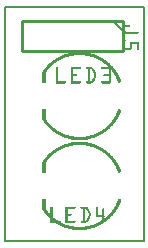
<source format=gto>
G04 MADE WITH FRITZING*
G04 WWW.FRITZING.ORG*
G04 DOUBLE SIDED*
G04 HOLES PLATED*
G04 CONTOUR ON CENTER OF CONTOUR VECTOR*
%ASAXBY*%
%FSLAX23Y23*%
%MOIN*%
%OFA0B0*%
%SFA1.0B1.0*%
%ADD10R,0.472441X0.787402X0.456441X0.771402*%
%ADD11C,0.008000*%
%ADD12C,0.010000*%
%ADD13C,0.005000*%
%ADD14R,0.001000X0.001000*%
%LNSILK1*%
G90*
G70*
G54D11*
X4Y783D02*
X468Y783D01*
X468Y4D01*
X4Y4D01*
X4Y783D01*
D02*
G54D12*
X399Y737D02*
X63Y737D01*
D02*
X63Y737D02*
X63Y637D01*
D02*
X63Y637D02*
X399Y637D01*
D02*
X399Y637D02*
X399Y737D01*
G54D13*
D02*
X364Y737D02*
X399Y702D01*
G54D14*
X406Y722D02*
X420Y722D01*
X404Y721D02*
X421Y721D01*
X402Y720D02*
X422Y720D01*
X401Y719D02*
X422Y719D01*
X401Y718D02*
X422Y718D01*
X400Y717D02*
X422Y717D01*
X399Y716D02*
X421Y716D01*
X399Y715D02*
X406Y715D01*
X399Y714D02*
X405Y714D01*
X399Y713D02*
X405Y713D01*
X399Y712D02*
X405Y712D01*
X398Y711D02*
X405Y711D01*
X398Y710D02*
X405Y710D01*
X398Y709D02*
X405Y709D01*
X398Y708D02*
X405Y708D01*
X398Y707D02*
X405Y707D01*
X398Y706D02*
X405Y706D01*
X399Y705D02*
X405Y705D01*
X399Y704D02*
X405Y704D01*
X399Y703D02*
X405Y703D01*
X399Y702D02*
X407Y702D01*
X399Y701D02*
X450Y701D01*
X400Y700D02*
X451Y700D01*
X401Y699D02*
X451Y699D01*
X401Y698D02*
X452Y698D01*
X403Y697D02*
X451Y697D01*
X404Y696D02*
X451Y696D01*
X407Y695D02*
X449Y695D01*
X403Y675D02*
X406Y675D01*
X402Y674D02*
X407Y674D01*
X401Y673D02*
X407Y673D01*
X401Y672D02*
X407Y672D01*
X400Y671D02*
X407Y671D01*
X400Y670D02*
X407Y670D01*
X400Y669D02*
X406Y669D01*
X399Y668D02*
X406Y668D01*
X422Y668D02*
X452Y668D01*
X399Y667D02*
X406Y667D01*
X422Y667D02*
X452Y667D01*
X399Y666D02*
X405Y666D01*
X422Y666D02*
X452Y666D01*
X399Y665D02*
X405Y665D01*
X422Y665D02*
X452Y665D01*
X399Y664D02*
X405Y664D01*
X422Y664D02*
X452Y664D01*
X398Y663D02*
X405Y663D01*
X422Y663D02*
X452Y663D01*
X398Y662D02*
X405Y662D01*
X422Y662D02*
X452Y662D01*
X398Y661D02*
X405Y661D01*
X422Y661D02*
X428Y661D01*
X446Y661D02*
X452Y661D01*
X398Y660D02*
X405Y660D01*
X422Y660D02*
X428Y660D01*
X446Y660D02*
X452Y660D01*
X398Y659D02*
X405Y659D01*
X422Y659D02*
X428Y659D01*
X446Y659D02*
X452Y659D01*
X398Y658D02*
X405Y658D01*
X422Y658D02*
X428Y658D01*
X446Y658D02*
X452Y658D01*
X398Y657D02*
X405Y657D01*
X422Y657D02*
X428Y657D01*
X446Y657D02*
X452Y657D01*
X398Y656D02*
X405Y656D01*
X422Y656D02*
X428Y656D01*
X446Y656D02*
X452Y656D01*
X398Y655D02*
X405Y655D01*
X422Y655D02*
X428Y655D01*
X446Y655D02*
X452Y655D01*
X398Y654D02*
X405Y654D01*
X422Y654D02*
X428Y654D01*
X446Y654D02*
X452Y654D01*
X398Y653D02*
X405Y653D01*
X422Y653D02*
X428Y653D01*
X446Y653D02*
X452Y653D01*
X398Y652D02*
X405Y652D01*
X422Y652D02*
X428Y652D01*
X446Y652D02*
X452Y652D01*
X398Y651D02*
X405Y651D01*
X422Y651D02*
X428Y651D01*
X446Y651D02*
X452Y651D01*
X398Y650D02*
X405Y650D01*
X422Y650D02*
X428Y650D01*
X446Y650D02*
X452Y650D01*
X398Y649D02*
X405Y649D01*
X422Y649D02*
X428Y649D01*
X446Y649D02*
X452Y649D01*
X399Y648D02*
X428Y648D01*
X446Y648D02*
X452Y648D01*
X399Y647D02*
X428Y647D01*
X446Y647D02*
X452Y647D01*
X399Y646D02*
X428Y646D01*
X446Y646D02*
X452Y646D01*
X399Y645D02*
X427Y645D01*
X446Y645D02*
X452Y645D01*
X400Y644D02*
X427Y644D01*
X446Y644D02*
X451Y644D01*
X401Y643D02*
X426Y643D01*
X446Y643D02*
X451Y643D01*
X402Y642D02*
X424Y642D01*
X447Y642D02*
X450Y642D01*
X242Y634D02*
X265Y634D01*
X233Y633D02*
X273Y633D01*
X227Y632D02*
X280Y632D01*
X222Y631D02*
X284Y631D01*
X218Y630D02*
X289Y630D01*
X214Y629D02*
X292Y629D01*
X211Y628D02*
X296Y628D01*
X208Y627D02*
X299Y627D01*
X205Y626D02*
X302Y626D01*
X202Y625D02*
X304Y625D01*
X199Y624D02*
X307Y624D01*
X197Y623D02*
X242Y623D01*
X264Y623D02*
X309Y623D01*
X195Y622D02*
X233Y622D01*
X273Y622D02*
X312Y622D01*
X192Y621D02*
X227Y621D01*
X280Y621D02*
X314Y621D01*
X190Y620D02*
X222Y620D01*
X284Y620D02*
X316Y620D01*
X188Y619D02*
X218Y619D01*
X289Y619D02*
X318Y619D01*
X186Y618D02*
X214Y618D01*
X292Y618D02*
X320Y618D01*
X184Y617D02*
X211Y617D01*
X296Y617D02*
X322Y617D01*
X183Y616D02*
X208Y616D01*
X299Y616D02*
X324Y616D01*
X181Y615D02*
X205Y615D01*
X301Y615D02*
X326Y615D01*
X179Y614D02*
X203Y614D01*
X304Y614D02*
X327Y614D01*
X177Y613D02*
X200Y613D01*
X307Y613D02*
X329Y613D01*
X176Y612D02*
X198Y612D01*
X309Y612D02*
X331Y612D01*
X174Y611D02*
X196Y611D01*
X311Y611D02*
X332Y611D01*
X173Y610D02*
X193Y610D01*
X313Y610D02*
X334Y610D01*
X171Y609D02*
X191Y609D01*
X315Y609D02*
X335Y609D01*
X170Y608D02*
X189Y608D01*
X317Y608D02*
X337Y608D01*
X168Y607D02*
X188Y607D01*
X319Y607D02*
X338Y607D01*
X167Y606D02*
X186Y606D01*
X321Y606D02*
X339Y606D01*
X166Y605D02*
X184Y605D01*
X323Y605D02*
X341Y605D01*
X164Y604D02*
X182Y604D01*
X324Y604D02*
X342Y604D01*
X163Y603D02*
X181Y603D01*
X326Y603D02*
X343Y603D01*
X162Y602D02*
X179Y602D01*
X328Y602D02*
X345Y602D01*
X160Y601D02*
X178Y601D01*
X329Y601D02*
X346Y601D01*
X159Y600D02*
X176Y600D01*
X331Y600D02*
X347Y600D01*
X158Y599D02*
X175Y599D01*
X332Y599D02*
X348Y599D01*
X157Y598D02*
X173Y598D01*
X333Y598D02*
X350Y598D01*
X156Y597D02*
X172Y597D01*
X335Y597D02*
X351Y597D01*
X155Y596D02*
X171Y596D01*
X336Y596D02*
X352Y596D01*
X153Y595D02*
X169Y595D01*
X337Y595D02*
X353Y595D01*
X152Y594D02*
X168Y594D01*
X339Y594D02*
X354Y594D01*
X151Y593D02*
X167Y593D01*
X340Y593D02*
X355Y593D01*
X150Y592D02*
X166Y592D01*
X341Y592D02*
X356Y592D01*
X149Y591D02*
X164Y591D01*
X342Y591D02*
X357Y591D01*
X148Y590D02*
X163Y590D01*
X344Y590D02*
X358Y590D01*
X147Y589D02*
X162Y589D01*
X345Y589D02*
X359Y589D01*
X146Y588D02*
X161Y588D01*
X346Y588D02*
X360Y588D01*
X145Y587D02*
X160Y587D01*
X347Y587D02*
X361Y587D01*
X145Y586D02*
X159Y586D01*
X348Y586D02*
X362Y586D01*
X144Y585D02*
X158Y585D01*
X349Y585D02*
X363Y585D01*
X143Y584D02*
X157Y584D01*
X350Y584D02*
X364Y584D01*
X142Y583D02*
X156Y583D01*
X351Y583D02*
X365Y583D01*
X141Y582D02*
X155Y582D01*
X177Y582D02*
X180Y582D01*
X225Y582D02*
X258Y582D01*
X277Y582D02*
X295Y582D01*
X327Y582D02*
X365Y582D01*
X140Y581D02*
X154Y581D01*
X176Y581D02*
X181Y581D01*
X225Y581D02*
X259Y581D01*
X276Y581D02*
X297Y581D01*
X326Y581D02*
X366Y581D01*
X139Y580D02*
X153Y580D01*
X175Y580D02*
X181Y580D01*
X225Y580D02*
X259Y580D01*
X276Y580D02*
X298Y580D01*
X326Y580D02*
X367Y580D01*
X139Y579D02*
X152Y579D01*
X175Y579D02*
X181Y579D01*
X225Y579D02*
X259Y579D01*
X276Y579D02*
X299Y579D01*
X326Y579D02*
X368Y579D01*
X138Y578D02*
X151Y578D01*
X175Y578D02*
X181Y578D01*
X225Y578D02*
X259Y578D01*
X276Y578D02*
X300Y578D01*
X326Y578D02*
X369Y578D01*
X137Y577D02*
X150Y577D01*
X175Y577D02*
X181Y577D01*
X225Y577D02*
X258Y577D01*
X277Y577D02*
X300Y577D01*
X327Y577D02*
X369Y577D01*
X136Y576D02*
X149Y576D01*
X175Y576D02*
X181Y576D01*
X225Y576D02*
X256Y576D01*
X279Y576D02*
X301Y576D01*
X329Y576D02*
X370Y576D01*
X135Y575D02*
X149Y575D01*
X175Y575D02*
X181Y575D01*
X225Y575D02*
X232Y575D01*
X283Y575D02*
X289Y575D01*
X294Y575D02*
X301Y575D01*
X353Y575D02*
X371Y575D01*
X135Y574D02*
X148Y574D01*
X175Y574D02*
X181Y574D01*
X225Y574D02*
X232Y574D01*
X283Y574D02*
X289Y574D01*
X295Y574D02*
X302Y574D01*
X353Y574D02*
X372Y574D01*
X134Y573D02*
X147Y573D01*
X175Y573D02*
X181Y573D01*
X225Y573D02*
X232Y573D01*
X283Y573D02*
X289Y573D01*
X296Y573D02*
X302Y573D01*
X353Y573D02*
X372Y573D01*
X133Y572D02*
X146Y572D01*
X175Y572D02*
X181Y572D01*
X225Y572D02*
X232Y572D01*
X283Y572D02*
X289Y572D01*
X296Y572D02*
X303Y572D01*
X353Y572D02*
X359Y572D01*
X361Y572D02*
X373Y572D01*
X133Y571D02*
X145Y571D01*
X175Y571D02*
X181Y571D01*
X225Y571D02*
X232Y571D01*
X283Y571D02*
X289Y571D01*
X297Y571D02*
X303Y571D01*
X353Y571D02*
X359Y571D01*
X361Y571D02*
X374Y571D01*
X132Y570D02*
X145Y570D01*
X175Y570D02*
X181Y570D01*
X225Y570D02*
X232Y570D01*
X283Y570D02*
X289Y570D01*
X297Y570D02*
X304Y570D01*
X353Y570D02*
X359Y570D01*
X362Y570D02*
X375Y570D01*
X131Y569D02*
X144Y569D01*
X175Y569D02*
X181Y569D01*
X225Y569D02*
X232Y569D01*
X283Y569D02*
X289Y569D01*
X298Y569D02*
X304Y569D01*
X353Y569D02*
X359Y569D01*
X363Y569D02*
X375Y569D01*
X131Y568D02*
X143Y568D01*
X175Y568D02*
X181Y568D01*
X225Y568D02*
X232Y568D01*
X283Y568D02*
X289Y568D01*
X298Y568D02*
X305Y568D01*
X353Y568D02*
X359Y568D01*
X364Y568D02*
X376Y568D01*
X130Y567D02*
X142Y567D01*
X175Y567D02*
X181Y567D01*
X225Y567D02*
X232Y567D01*
X283Y567D02*
X289Y567D01*
X299Y567D02*
X306Y567D01*
X353Y567D02*
X359Y567D01*
X364Y567D02*
X377Y567D01*
X130Y566D02*
X142Y566D01*
X175Y566D02*
X181Y566D01*
X225Y566D02*
X232Y566D01*
X283Y566D02*
X289Y566D01*
X299Y566D02*
X306Y566D01*
X353Y566D02*
X359Y566D01*
X365Y566D02*
X377Y566D01*
X130Y565D02*
X141Y565D01*
X175Y565D02*
X181Y565D01*
X225Y565D02*
X232Y565D01*
X283Y565D02*
X289Y565D01*
X300Y565D02*
X307Y565D01*
X353Y565D02*
X359Y565D01*
X366Y565D02*
X378Y565D01*
X130Y564D02*
X141Y564D01*
X175Y564D02*
X181Y564D01*
X225Y564D02*
X232Y564D01*
X283Y564D02*
X289Y564D01*
X300Y564D02*
X307Y564D01*
X353Y564D02*
X359Y564D01*
X367Y564D02*
X379Y564D01*
X130Y563D02*
X140Y563D01*
X175Y563D02*
X181Y563D01*
X225Y563D02*
X232Y563D01*
X283Y563D02*
X289Y563D01*
X301Y563D02*
X307Y563D01*
X353Y563D02*
X359Y563D01*
X367Y563D02*
X379Y563D01*
X130Y562D02*
X140Y562D01*
X175Y562D02*
X181Y562D01*
X225Y562D02*
X232Y562D01*
X283Y562D02*
X289Y562D01*
X301Y562D02*
X308Y562D01*
X353Y562D02*
X359Y562D01*
X368Y562D02*
X380Y562D01*
X130Y561D02*
X140Y561D01*
X175Y561D02*
X181Y561D01*
X225Y561D02*
X232Y561D01*
X283Y561D02*
X289Y561D01*
X302Y561D02*
X308Y561D01*
X353Y561D02*
X359Y561D01*
X369Y561D02*
X380Y561D01*
X130Y560D02*
X140Y560D01*
X175Y560D02*
X181Y560D01*
X225Y560D02*
X232Y560D01*
X283Y560D02*
X289Y560D01*
X302Y560D02*
X309Y560D01*
X352Y560D02*
X359Y560D01*
X369Y560D02*
X381Y560D01*
X130Y559D02*
X140Y559D01*
X175Y559D02*
X181Y559D01*
X225Y559D02*
X243Y559D01*
X283Y559D02*
X289Y559D01*
X303Y559D02*
X309Y559D01*
X335Y559D02*
X359Y559D01*
X370Y559D02*
X381Y559D01*
X130Y558D02*
X140Y558D01*
X175Y558D02*
X181Y558D01*
X225Y558D02*
X244Y558D01*
X283Y558D02*
X289Y558D01*
X303Y558D02*
X309Y558D01*
X333Y558D02*
X358Y558D01*
X370Y558D02*
X382Y558D01*
X130Y557D02*
X140Y557D01*
X175Y557D02*
X181Y557D01*
X225Y557D02*
X245Y557D01*
X283Y557D02*
X289Y557D01*
X303Y557D02*
X309Y557D01*
X333Y557D02*
X357Y557D01*
X371Y557D02*
X383Y557D01*
X130Y556D02*
X140Y556D01*
X175Y556D02*
X181Y556D01*
X225Y556D02*
X245Y556D01*
X283Y556D02*
X289Y556D01*
X303Y556D02*
X309Y556D01*
X333Y556D02*
X357Y556D01*
X372Y556D02*
X383Y556D01*
X130Y555D02*
X140Y555D01*
X175Y555D02*
X181Y555D01*
X225Y555D02*
X245Y555D01*
X283Y555D02*
X289Y555D01*
X303Y555D02*
X309Y555D01*
X333Y555D02*
X357Y555D01*
X372Y555D02*
X384Y555D01*
X130Y554D02*
X140Y554D01*
X175Y554D02*
X181Y554D01*
X225Y554D02*
X245Y554D01*
X283Y554D02*
X289Y554D01*
X303Y554D02*
X309Y554D01*
X333Y554D02*
X358Y554D01*
X373Y554D02*
X384Y554D01*
X130Y553D02*
X140Y553D01*
X175Y553D02*
X181Y553D01*
X225Y553D02*
X244Y553D01*
X283Y553D02*
X289Y553D01*
X303Y553D02*
X309Y553D01*
X334Y553D02*
X358Y553D01*
X373Y553D02*
X385Y553D01*
X130Y552D02*
X140Y552D01*
X175Y552D02*
X181Y552D01*
X225Y552D02*
X232Y552D01*
X283Y552D02*
X289Y552D01*
X302Y552D02*
X309Y552D01*
X351Y552D02*
X359Y552D01*
X374Y552D02*
X385Y552D01*
X130Y551D02*
X140Y551D01*
X175Y551D02*
X181Y551D01*
X225Y551D02*
X232Y551D01*
X283Y551D02*
X289Y551D01*
X302Y551D02*
X308Y551D01*
X353Y551D02*
X359Y551D01*
X374Y551D02*
X386Y551D01*
X130Y550D02*
X140Y550D01*
X175Y550D02*
X181Y550D01*
X225Y550D02*
X232Y550D01*
X283Y550D02*
X289Y550D01*
X301Y550D02*
X308Y550D01*
X353Y550D02*
X359Y550D01*
X375Y550D02*
X386Y550D01*
X130Y549D02*
X140Y549D01*
X175Y549D02*
X181Y549D01*
X225Y549D02*
X232Y549D01*
X283Y549D02*
X289Y549D01*
X301Y549D02*
X308Y549D01*
X353Y549D02*
X359Y549D01*
X375Y549D02*
X387Y549D01*
X130Y548D02*
X140Y548D01*
X175Y548D02*
X181Y548D01*
X225Y548D02*
X232Y548D01*
X283Y548D02*
X289Y548D01*
X300Y548D02*
X307Y548D01*
X353Y548D02*
X359Y548D01*
X376Y548D02*
X387Y548D01*
X130Y547D02*
X140Y547D01*
X175Y547D02*
X181Y547D01*
X225Y547D02*
X232Y547D01*
X283Y547D02*
X289Y547D01*
X300Y547D02*
X307Y547D01*
X353Y547D02*
X359Y547D01*
X376Y547D02*
X388Y547D01*
X130Y546D02*
X140Y546D01*
X175Y546D02*
X181Y546D01*
X225Y546D02*
X232Y546D01*
X283Y546D02*
X289Y546D01*
X299Y546D02*
X306Y546D01*
X353Y546D02*
X359Y546D01*
X377Y546D02*
X388Y546D01*
X130Y545D02*
X140Y545D01*
X175Y545D02*
X181Y545D01*
X225Y545D02*
X232Y545D01*
X283Y545D02*
X289Y545D01*
X299Y545D02*
X306Y545D01*
X353Y545D02*
X359Y545D01*
X377Y545D02*
X388Y545D01*
X130Y544D02*
X140Y544D01*
X175Y544D02*
X181Y544D01*
X225Y544D02*
X232Y544D01*
X283Y544D02*
X289Y544D01*
X298Y544D02*
X305Y544D01*
X353Y544D02*
X359Y544D01*
X378Y544D02*
X389Y544D01*
X130Y543D02*
X140Y543D01*
X175Y543D02*
X181Y543D01*
X225Y543D02*
X232Y543D01*
X283Y543D02*
X289Y543D01*
X298Y543D02*
X305Y543D01*
X353Y543D02*
X359Y543D01*
X378Y543D02*
X389Y543D01*
X130Y542D02*
X140Y542D01*
X175Y542D02*
X181Y542D01*
X225Y542D02*
X232Y542D01*
X283Y542D02*
X289Y542D01*
X297Y542D02*
X304Y542D01*
X353Y542D02*
X359Y542D01*
X379Y542D02*
X390Y542D01*
X130Y541D02*
X140Y541D01*
X175Y541D02*
X181Y541D01*
X225Y541D02*
X232Y541D01*
X283Y541D02*
X289Y541D01*
X297Y541D02*
X304Y541D01*
X353Y541D02*
X359Y541D01*
X379Y541D02*
X390Y541D01*
X130Y540D02*
X140Y540D01*
X175Y540D02*
X181Y540D01*
X225Y540D02*
X232Y540D01*
X283Y540D02*
X289Y540D01*
X296Y540D02*
X303Y540D01*
X353Y540D02*
X359Y540D01*
X380Y540D02*
X390Y540D01*
X130Y539D02*
X140Y539D01*
X175Y539D02*
X181Y539D01*
X225Y539D02*
X232Y539D01*
X283Y539D02*
X289Y539D01*
X296Y539D02*
X303Y539D01*
X353Y539D02*
X359Y539D01*
X380Y539D02*
X391Y539D01*
X130Y538D02*
X140Y538D01*
X175Y538D02*
X181Y538D01*
X225Y538D02*
X232Y538D01*
X283Y538D02*
X289Y538D01*
X295Y538D02*
X302Y538D01*
X353Y538D02*
X359Y538D01*
X380Y538D02*
X391Y538D01*
X130Y537D02*
X140Y537D01*
X175Y537D02*
X181Y537D01*
X225Y537D02*
X232Y537D01*
X283Y537D02*
X289Y537D01*
X295Y537D02*
X302Y537D01*
X353Y537D02*
X359Y537D01*
X381Y537D02*
X392Y537D01*
X130Y536D02*
X140Y536D01*
X175Y536D02*
X182Y536D01*
X225Y536D02*
X232Y536D01*
X282Y536D02*
X289Y536D01*
X293Y536D02*
X301Y536D01*
X353Y536D02*
X359Y536D01*
X381Y536D02*
X392Y536D01*
X130Y535D02*
X140Y535D01*
X175Y535D02*
X208Y535D01*
X225Y535D02*
X258Y535D01*
X277Y535D02*
X301Y535D01*
X327Y535D02*
X359Y535D01*
X382Y535D02*
X392Y535D01*
X130Y534D02*
X140Y534D01*
X175Y534D02*
X208Y534D01*
X225Y534D02*
X259Y534D01*
X276Y534D02*
X300Y534D01*
X326Y534D02*
X359Y534D01*
X382Y534D02*
X393Y534D01*
X130Y533D02*
X140Y533D01*
X175Y533D02*
X209Y533D01*
X225Y533D02*
X259Y533D01*
X276Y533D02*
X299Y533D01*
X326Y533D02*
X359Y533D01*
X382Y533D02*
X392Y533D01*
X130Y532D02*
X140Y532D01*
X175Y532D02*
X209Y532D01*
X225Y532D02*
X259Y532D01*
X276Y532D02*
X299Y532D01*
X326Y532D02*
X358Y532D01*
X383Y532D02*
X389Y532D01*
X175Y531D02*
X209Y531D01*
X225Y531D02*
X259Y531D01*
X276Y531D02*
X297Y531D01*
X326Y531D02*
X357Y531D01*
X383Y531D02*
X386Y531D01*
X175Y530D02*
X208Y530D01*
X225Y530D02*
X258Y530D01*
X277Y530D02*
X296Y530D01*
X327Y530D02*
X356Y530D01*
X383Y530D02*
X383Y530D01*
X176Y529D02*
X206Y529D01*
X226Y529D02*
X256Y529D01*
X278Y529D02*
X292Y529D01*
X328Y529D02*
X354Y529D01*
X383Y444D02*
X383Y444D01*
X383Y443D02*
X386Y443D01*
X130Y442D02*
X140Y442D01*
X383Y442D02*
X389Y442D01*
X130Y441D02*
X140Y441D01*
X382Y441D02*
X392Y441D01*
X130Y440D02*
X140Y440D01*
X382Y440D02*
X393Y440D01*
X130Y439D02*
X140Y439D01*
X382Y439D02*
X392Y439D01*
X130Y438D02*
X140Y438D01*
X381Y438D02*
X392Y438D01*
X130Y437D02*
X140Y437D01*
X381Y437D02*
X392Y437D01*
X130Y436D02*
X140Y436D01*
X380Y436D02*
X391Y436D01*
X130Y435D02*
X140Y435D01*
X380Y435D02*
X391Y435D01*
X130Y434D02*
X140Y434D01*
X380Y434D02*
X390Y434D01*
X130Y433D02*
X140Y433D01*
X379Y433D02*
X390Y433D01*
X130Y432D02*
X140Y432D01*
X379Y432D02*
X390Y432D01*
X130Y431D02*
X140Y431D01*
X378Y431D02*
X389Y431D01*
X130Y430D02*
X140Y430D01*
X378Y430D02*
X389Y430D01*
X130Y429D02*
X140Y429D01*
X377Y429D02*
X388Y429D01*
X130Y428D02*
X140Y428D01*
X377Y428D02*
X388Y428D01*
X130Y427D02*
X140Y427D01*
X376Y427D02*
X388Y427D01*
X130Y426D02*
X140Y426D01*
X376Y426D02*
X387Y426D01*
X130Y425D02*
X140Y425D01*
X375Y425D02*
X387Y425D01*
X130Y424D02*
X140Y424D01*
X375Y424D02*
X386Y424D01*
X130Y423D02*
X140Y423D01*
X374Y423D02*
X386Y423D01*
X130Y422D02*
X140Y422D01*
X374Y422D02*
X385Y422D01*
X130Y421D02*
X140Y421D01*
X373Y421D02*
X385Y421D01*
X130Y420D02*
X140Y420D01*
X373Y420D02*
X384Y420D01*
X130Y419D02*
X140Y419D01*
X372Y419D02*
X384Y419D01*
X130Y418D02*
X140Y418D01*
X372Y418D02*
X383Y418D01*
X130Y417D02*
X140Y417D01*
X371Y417D02*
X383Y417D01*
X130Y416D02*
X140Y416D01*
X370Y416D02*
X382Y416D01*
X130Y415D02*
X140Y415D01*
X370Y415D02*
X381Y415D01*
X130Y414D02*
X140Y414D01*
X369Y414D02*
X381Y414D01*
X130Y413D02*
X140Y413D01*
X369Y413D02*
X380Y413D01*
X130Y412D02*
X140Y412D01*
X368Y412D02*
X380Y412D01*
X130Y411D02*
X140Y411D01*
X367Y411D02*
X379Y411D01*
X130Y410D02*
X141Y410D01*
X367Y410D02*
X379Y410D01*
X130Y409D02*
X141Y409D01*
X366Y409D02*
X378Y409D01*
X130Y408D02*
X142Y408D01*
X365Y408D02*
X377Y408D01*
X130Y407D02*
X143Y407D01*
X364Y407D02*
X377Y407D01*
X131Y406D02*
X143Y406D01*
X364Y406D02*
X376Y406D01*
X131Y405D02*
X144Y405D01*
X363Y405D02*
X375Y405D01*
X132Y404D02*
X145Y404D01*
X362Y404D02*
X375Y404D01*
X133Y403D02*
X146Y403D01*
X361Y403D02*
X374Y403D01*
X134Y402D02*
X146Y402D01*
X361Y402D02*
X373Y402D01*
X134Y401D02*
X147Y401D01*
X360Y401D02*
X372Y401D01*
X135Y400D02*
X148Y400D01*
X359Y400D02*
X372Y400D01*
X136Y399D02*
X149Y399D01*
X358Y399D02*
X371Y399D01*
X136Y398D02*
X150Y398D01*
X357Y398D02*
X370Y398D01*
X137Y397D02*
X151Y397D01*
X357Y397D02*
X369Y397D01*
X138Y396D02*
X151Y396D01*
X356Y396D02*
X369Y396D01*
X139Y395D02*
X152Y395D01*
X355Y395D02*
X368Y395D01*
X140Y394D02*
X153Y394D01*
X354Y394D02*
X367Y394D01*
X140Y393D02*
X154Y393D01*
X353Y393D02*
X366Y393D01*
X141Y392D02*
X155Y392D01*
X352Y392D02*
X365Y392D01*
X142Y391D02*
X156Y391D01*
X351Y391D02*
X365Y391D01*
X143Y390D02*
X157Y390D01*
X350Y390D02*
X364Y390D01*
X144Y389D02*
X158Y389D01*
X349Y389D02*
X363Y389D01*
X145Y388D02*
X159Y388D01*
X348Y388D02*
X362Y388D01*
X146Y387D02*
X160Y387D01*
X347Y387D02*
X361Y387D01*
X147Y386D02*
X161Y386D01*
X346Y386D02*
X360Y386D01*
X148Y385D02*
X162Y385D01*
X345Y385D02*
X359Y385D01*
X149Y384D02*
X164Y384D01*
X344Y384D02*
X358Y384D01*
X150Y383D02*
X165Y383D01*
X342Y383D02*
X357Y383D01*
X151Y382D02*
X166Y382D01*
X341Y382D02*
X356Y382D01*
X152Y381D02*
X167Y381D01*
X340Y381D02*
X355Y381D01*
X153Y380D02*
X168Y380D01*
X339Y380D02*
X354Y380D01*
X154Y379D02*
X170Y379D01*
X338Y379D02*
X353Y379D01*
X155Y378D02*
X171Y378D01*
X336Y378D02*
X352Y378D01*
X156Y377D02*
X172Y377D01*
X335Y377D02*
X351Y377D01*
X157Y376D02*
X174Y376D01*
X333Y376D02*
X350Y376D01*
X158Y375D02*
X175Y375D01*
X332Y375D02*
X348Y375D01*
X159Y374D02*
X176Y374D01*
X331Y374D02*
X347Y374D01*
X161Y373D02*
X178Y373D01*
X329Y373D02*
X346Y373D01*
X162Y372D02*
X179Y372D01*
X328Y372D02*
X345Y372D01*
X163Y371D02*
X181Y371D01*
X326Y371D02*
X343Y371D01*
X165Y370D02*
X183Y370D01*
X324Y370D02*
X342Y370D01*
X166Y369D02*
X184Y369D01*
X323Y369D02*
X341Y369D01*
X167Y368D02*
X186Y368D01*
X321Y368D02*
X339Y368D01*
X169Y367D02*
X188Y367D01*
X319Y367D02*
X338Y367D01*
X170Y366D02*
X190Y366D01*
X317Y366D02*
X337Y366D01*
X171Y365D02*
X192Y365D01*
X315Y365D02*
X335Y365D01*
X173Y364D02*
X194Y364D01*
X313Y364D02*
X334Y364D01*
X174Y363D02*
X196Y363D01*
X311Y363D02*
X332Y363D01*
X176Y362D02*
X198Y362D01*
X309Y362D02*
X331Y362D01*
X178Y361D02*
X200Y361D01*
X307Y361D02*
X329Y361D01*
X179Y360D02*
X203Y360D01*
X304Y360D02*
X327Y360D01*
X181Y359D02*
X205Y359D01*
X301Y359D02*
X326Y359D01*
X183Y358D02*
X208Y358D01*
X299Y358D02*
X324Y358D01*
X185Y357D02*
X211Y357D01*
X296Y357D02*
X322Y357D01*
X187Y356D02*
X214Y356D01*
X292Y356D02*
X320Y356D01*
X189Y355D02*
X218Y355D01*
X289Y355D02*
X318Y355D01*
X191Y354D02*
X222Y354D01*
X284Y354D02*
X316Y354D01*
X193Y353D02*
X227Y353D01*
X280Y353D02*
X314Y353D01*
X195Y352D02*
X233Y352D01*
X274Y352D02*
X312Y352D01*
X197Y351D02*
X242Y351D01*
X264Y351D02*
X309Y351D01*
X200Y350D02*
X307Y350D01*
X202Y349D02*
X304Y349D01*
X205Y348D02*
X302Y348D01*
X208Y347D02*
X299Y347D01*
X211Y346D02*
X296Y346D01*
X214Y345D02*
X292Y345D01*
X218Y344D02*
X289Y344D01*
X222Y343D02*
X284Y343D01*
X227Y342D02*
X280Y342D01*
X233Y341D02*
X274Y341D01*
X242Y340D02*
X265Y340D01*
X240Y334D02*
X266Y334D01*
X232Y333D02*
X275Y333D01*
X226Y332D02*
X280Y332D01*
X221Y331D02*
X285Y331D01*
X217Y330D02*
X289Y330D01*
X214Y329D02*
X293Y329D01*
X210Y328D02*
X296Y328D01*
X207Y327D02*
X299Y327D01*
X204Y326D02*
X302Y326D01*
X202Y325D02*
X305Y325D01*
X199Y324D02*
X307Y324D01*
X197Y323D02*
X240Y323D01*
X266Y323D02*
X310Y323D01*
X194Y322D02*
X232Y322D01*
X275Y322D02*
X312Y322D01*
X192Y321D02*
X226Y321D01*
X280Y321D02*
X314Y321D01*
X190Y320D02*
X221Y320D01*
X285Y320D02*
X316Y320D01*
X188Y319D02*
X217Y319D01*
X289Y319D02*
X318Y319D01*
X186Y318D02*
X214Y318D01*
X293Y318D02*
X320Y318D01*
X184Y317D02*
X211Y317D01*
X296Y317D02*
X322Y317D01*
X182Y316D02*
X208Y316D01*
X299Y316D02*
X324Y316D01*
X181Y315D02*
X205Y315D01*
X302Y315D02*
X326Y315D01*
X179Y314D02*
X202Y314D01*
X304Y314D02*
X328Y314D01*
X177Y313D02*
X200Y313D01*
X307Y313D02*
X329Y313D01*
X176Y312D02*
X197Y312D01*
X309Y312D02*
X331Y312D01*
X174Y311D02*
X195Y311D01*
X311Y311D02*
X332Y311D01*
X172Y310D02*
X193Y310D01*
X314Y310D02*
X334Y310D01*
X171Y309D02*
X191Y309D01*
X316Y309D02*
X335Y309D01*
X169Y308D02*
X189Y308D01*
X318Y308D02*
X337Y308D01*
X168Y307D02*
X187Y307D01*
X319Y307D02*
X338Y307D01*
X167Y306D02*
X185Y306D01*
X321Y306D02*
X340Y306D01*
X165Y305D02*
X184Y305D01*
X323Y305D02*
X341Y305D01*
X164Y304D02*
X182Y304D01*
X325Y304D02*
X342Y304D01*
X163Y303D02*
X180Y303D01*
X326Y303D02*
X344Y303D01*
X161Y302D02*
X179Y302D01*
X328Y302D02*
X345Y302D01*
X160Y301D02*
X177Y301D01*
X329Y301D02*
X346Y301D01*
X159Y300D02*
X176Y300D01*
X331Y300D02*
X347Y300D01*
X158Y299D02*
X174Y299D01*
X332Y299D02*
X349Y299D01*
X157Y298D02*
X173Y298D01*
X334Y298D02*
X350Y298D01*
X156Y297D02*
X172Y297D01*
X335Y297D02*
X351Y297D01*
X154Y296D02*
X170Y296D01*
X336Y296D02*
X352Y296D01*
X153Y295D02*
X169Y295D01*
X338Y295D02*
X353Y295D01*
X152Y294D02*
X168Y294D01*
X339Y294D02*
X354Y294D01*
X151Y293D02*
X167Y293D01*
X340Y293D02*
X355Y293D01*
X150Y292D02*
X165Y292D01*
X341Y292D02*
X356Y292D01*
X149Y291D02*
X164Y291D01*
X343Y291D02*
X357Y291D01*
X148Y290D02*
X163Y290D01*
X344Y290D02*
X358Y290D01*
X147Y289D02*
X162Y289D01*
X345Y289D02*
X359Y289D01*
X146Y288D02*
X161Y288D01*
X346Y288D02*
X360Y288D01*
X145Y287D02*
X160Y287D01*
X347Y287D02*
X361Y287D01*
X144Y286D02*
X159Y286D01*
X348Y286D02*
X362Y286D01*
X144Y285D02*
X158Y285D01*
X349Y285D02*
X363Y285D01*
X143Y284D02*
X157Y284D01*
X350Y284D02*
X364Y284D01*
X142Y283D02*
X156Y283D01*
X351Y283D02*
X365Y283D01*
X141Y282D02*
X155Y282D01*
X352Y282D02*
X366Y282D01*
X140Y281D02*
X154Y281D01*
X353Y281D02*
X366Y281D01*
X139Y280D02*
X153Y280D01*
X354Y280D02*
X367Y280D01*
X138Y279D02*
X152Y279D01*
X355Y279D02*
X368Y279D01*
X138Y278D02*
X151Y278D01*
X356Y278D02*
X369Y278D01*
X137Y277D02*
X150Y277D01*
X357Y277D02*
X370Y277D01*
X136Y276D02*
X149Y276D01*
X358Y276D02*
X370Y276D01*
X135Y275D02*
X148Y275D01*
X358Y275D02*
X371Y275D01*
X135Y274D02*
X148Y274D01*
X359Y274D02*
X372Y274D01*
X134Y273D02*
X147Y273D01*
X360Y273D02*
X373Y273D01*
X133Y272D02*
X146Y272D01*
X361Y272D02*
X373Y272D01*
X132Y271D02*
X145Y271D01*
X362Y271D02*
X374Y271D01*
X132Y270D02*
X144Y270D01*
X362Y270D02*
X375Y270D01*
X131Y269D02*
X144Y269D01*
X363Y269D02*
X375Y269D01*
X130Y268D02*
X143Y268D01*
X364Y268D02*
X376Y268D01*
X130Y267D02*
X142Y267D01*
X365Y267D02*
X377Y267D01*
X130Y266D02*
X142Y266D01*
X365Y266D02*
X377Y266D01*
X130Y265D02*
X141Y265D01*
X366Y265D02*
X378Y265D01*
X130Y264D02*
X140Y264D01*
X367Y264D02*
X379Y264D01*
X130Y263D02*
X140Y263D01*
X367Y263D02*
X379Y263D01*
X130Y262D02*
X140Y262D01*
X368Y262D02*
X380Y262D01*
X130Y261D02*
X140Y261D01*
X369Y261D02*
X380Y261D01*
X130Y260D02*
X140Y260D01*
X369Y260D02*
X381Y260D01*
X130Y259D02*
X140Y259D01*
X370Y259D02*
X382Y259D01*
X130Y258D02*
X140Y258D01*
X370Y258D02*
X382Y258D01*
X130Y257D02*
X140Y257D01*
X371Y257D02*
X383Y257D01*
X130Y256D02*
X140Y256D01*
X372Y256D02*
X383Y256D01*
X130Y255D02*
X140Y255D01*
X372Y255D02*
X384Y255D01*
X130Y254D02*
X140Y254D01*
X373Y254D02*
X384Y254D01*
X130Y253D02*
X140Y253D01*
X373Y253D02*
X385Y253D01*
X130Y252D02*
X140Y252D01*
X374Y252D02*
X385Y252D01*
X130Y251D02*
X140Y251D01*
X374Y251D02*
X386Y251D01*
X130Y250D02*
X140Y250D01*
X375Y250D02*
X386Y250D01*
X130Y249D02*
X140Y249D01*
X375Y249D02*
X387Y249D01*
X130Y248D02*
X140Y248D01*
X376Y248D02*
X387Y248D01*
X130Y247D02*
X140Y247D01*
X376Y247D02*
X388Y247D01*
X130Y246D02*
X140Y246D01*
X377Y246D02*
X388Y246D01*
X130Y245D02*
X140Y245D01*
X377Y245D02*
X389Y245D01*
X130Y244D02*
X140Y244D01*
X378Y244D02*
X389Y244D01*
X130Y243D02*
X140Y243D01*
X378Y243D02*
X389Y243D01*
X130Y242D02*
X140Y242D01*
X379Y242D02*
X390Y242D01*
X130Y241D02*
X140Y241D01*
X379Y241D02*
X390Y241D01*
X130Y240D02*
X140Y240D01*
X380Y240D02*
X391Y240D01*
X130Y239D02*
X140Y239D01*
X380Y239D02*
X391Y239D01*
X130Y238D02*
X140Y238D01*
X380Y238D02*
X391Y238D01*
X130Y237D02*
X140Y237D01*
X381Y237D02*
X392Y237D01*
X130Y236D02*
X140Y236D01*
X381Y236D02*
X392Y236D01*
X130Y235D02*
X140Y235D01*
X382Y235D02*
X392Y235D01*
X130Y234D02*
X140Y234D01*
X382Y234D02*
X393Y234D01*
X130Y233D02*
X140Y233D01*
X382Y233D02*
X392Y233D01*
X130Y232D02*
X140Y232D01*
X383Y232D02*
X389Y232D01*
X383Y231D02*
X386Y231D01*
X383Y144D02*
X384Y144D01*
X383Y143D02*
X387Y143D01*
X130Y142D02*
X140Y142D01*
X383Y142D02*
X390Y142D01*
X130Y141D02*
X140Y141D01*
X382Y141D02*
X393Y141D01*
X130Y140D02*
X140Y140D01*
X382Y140D02*
X393Y140D01*
X130Y139D02*
X140Y139D01*
X381Y139D02*
X392Y139D01*
X130Y138D02*
X140Y138D01*
X381Y138D02*
X392Y138D01*
X130Y137D02*
X140Y137D01*
X381Y137D02*
X392Y137D01*
X130Y136D02*
X140Y136D01*
X380Y136D02*
X391Y136D01*
X130Y135D02*
X140Y135D01*
X380Y135D02*
X391Y135D01*
X130Y134D02*
X140Y134D01*
X379Y134D02*
X390Y134D01*
X130Y133D02*
X140Y133D01*
X379Y133D02*
X390Y133D01*
X130Y132D02*
X140Y132D01*
X379Y132D02*
X390Y132D01*
X130Y131D02*
X140Y131D01*
X378Y131D02*
X389Y131D01*
X130Y130D02*
X140Y130D01*
X378Y130D02*
X389Y130D01*
X130Y129D02*
X140Y129D01*
X377Y129D02*
X388Y129D01*
X130Y128D02*
X140Y128D01*
X377Y128D02*
X388Y128D01*
X130Y127D02*
X140Y127D01*
X376Y127D02*
X387Y127D01*
X130Y126D02*
X140Y126D01*
X376Y126D02*
X387Y126D01*
X130Y125D02*
X140Y125D01*
X375Y125D02*
X387Y125D01*
X130Y124D02*
X140Y124D01*
X375Y124D02*
X386Y124D01*
X130Y123D02*
X140Y123D01*
X374Y123D02*
X386Y123D01*
X130Y122D02*
X140Y122D01*
X374Y122D02*
X385Y122D01*
X130Y121D02*
X140Y121D01*
X373Y121D02*
X385Y121D01*
X130Y120D02*
X140Y120D01*
X373Y120D02*
X384Y120D01*
X130Y119D02*
X140Y119D01*
X372Y119D02*
X384Y119D01*
X130Y118D02*
X140Y118D01*
X159Y118D02*
X161Y118D01*
X207Y118D02*
X239Y118D01*
X259Y118D02*
X276Y118D01*
X311Y118D02*
X313Y118D01*
X371Y118D02*
X383Y118D01*
X130Y117D02*
X140Y117D01*
X158Y117D02*
X162Y117D01*
X207Y117D02*
X240Y117D01*
X258Y117D02*
X278Y117D01*
X310Y117D02*
X314Y117D01*
X371Y117D02*
X383Y117D01*
X130Y116D02*
X140Y116D01*
X157Y116D02*
X163Y116D01*
X207Y116D02*
X241Y116D01*
X258Y116D02*
X279Y116D01*
X309Y116D02*
X315Y116D01*
X370Y116D02*
X382Y116D01*
X130Y115D02*
X140Y115D01*
X157Y115D02*
X163Y115D01*
X207Y115D02*
X241Y115D01*
X257Y115D02*
X280Y115D01*
X309Y115D02*
X315Y115D01*
X370Y115D02*
X381Y115D01*
X130Y114D02*
X140Y114D01*
X157Y114D02*
X163Y114D01*
X207Y114D02*
X241Y114D01*
X258Y114D02*
X281Y114D01*
X309Y114D02*
X315Y114D01*
X369Y114D02*
X381Y114D01*
X130Y113D02*
X140Y113D01*
X157Y113D02*
X163Y113D01*
X207Y113D02*
X240Y113D01*
X258Y113D02*
X282Y113D01*
X309Y113D02*
X315Y113D01*
X368Y113D02*
X380Y113D01*
X130Y112D02*
X140Y112D01*
X157Y112D02*
X163Y112D01*
X207Y112D02*
X239Y112D01*
X259Y112D02*
X282Y112D01*
X309Y112D02*
X315Y112D01*
X332Y112D02*
X334Y112D01*
X368Y112D02*
X380Y112D01*
X130Y111D02*
X140Y111D01*
X157Y111D02*
X163Y111D01*
X207Y111D02*
X213Y111D01*
X264Y111D02*
X270Y111D01*
X275Y111D02*
X283Y111D01*
X309Y111D02*
X315Y111D01*
X331Y111D02*
X335Y111D01*
X367Y111D02*
X379Y111D01*
X130Y110D02*
X141Y110D01*
X157Y110D02*
X163Y110D01*
X207Y110D02*
X213Y110D01*
X264Y110D02*
X270Y110D01*
X276Y110D02*
X283Y110D01*
X309Y110D02*
X315Y110D01*
X330Y110D02*
X336Y110D01*
X366Y110D02*
X378Y110D01*
X130Y109D02*
X141Y109D01*
X157Y109D02*
X163Y109D01*
X207Y109D02*
X213Y109D01*
X264Y109D02*
X270Y109D01*
X277Y109D02*
X284Y109D01*
X309Y109D02*
X315Y109D01*
X330Y109D02*
X336Y109D01*
X366Y109D02*
X378Y109D01*
X130Y108D02*
X142Y108D01*
X157Y108D02*
X163Y108D01*
X207Y108D02*
X213Y108D01*
X264Y108D02*
X270Y108D01*
X278Y108D02*
X284Y108D01*
X309Y108D02*
X315Y108D01*
X330Y108D02*
X336Y108D01*
X365Y108D02*
X377Y108D01*
X130Y107D02*
X143Y107D01*
X157Y107D02*
X163Y107D01*
X207Y107D02*
X213Y107D01*
X264Y107D02*
X270Y107D01*
X278Y107D02*
X285Y107D01*
X309Y107D02*
X315Y107D01*
X330Y107D02*
X336Y107D01*
X364Y107D02*
X377Y107D01*
X131Y106D02*
X143Y106D01*
X157Y106D02*
X163Y106D01*
X207Y106D02*
X213Y106D01*
X264Y106D02*
X270Y106D01*
X279Y106D02*
X285Y106D01*
X309Y106D02*
X315Y106D01*
X330Y106D02*
X336Y106D01*
X364Y106D02*
X376Y106D01*
X132Y105D02*
X144Y105D01*
X157Y105D02*
X163Y105D01*
X207Y105D02*
X213Y105D01*
X264Y105D02*
X270Y105D01*
X279Y105D02*
X286Y105D01*
X309Y105D02*
X315Y105D01*
X330Y105D02*
X336Y105D01*
X363Y105D02*
X375Y105D01*
X132Y104D02*
X145Y104D01*
X157Y104D02*
X163Y104D01*
X207Y104D02*
X213Y104D01*
X264Y104D02*
X270Y104D01*
X280Y104D02*
X286Y104D01*
X309Y104D02*
X315Y104D01*
X330Y104D02*
X336Y104D01*
X362Y104D02*
X374Y104D01*
X133Y103D02*
X146Y103D01*
X157Y103D02*
X163Y103D01*
X207Y103D02*
X213Y103D01*
X264Y103D02*
X270Y103D01*
X280Y103D02*
X287Y103D01*
X309Y103D02*
X315Y103D01*
X330Y103D02*
X336Y103D01*
X361Y103D02*
X374Y103D01*
X134Y102D02*
X147Y102D01*
X157Y102D02*
X163Y102D01*
X207Y102D02*
X213Y102D01*
X264Y102D02*
X270Y102D01*
X281Y102D02*
X287Y102D01*
X309Y102D02*
X315Y102D01*
X330Y102D02*
X336Y102D01*
X361Y102D02*
X373Y102D01*
X134Y101D02*
X147Y101D01*
X157Y101D02*
X163Y101D01*
X207Y101D02*
X213Y101D01*
X264Y101D02*
X270Y101D01*
X281Y101D02*
X288Y101D01*
X309Y101D02*
X315Y101D01*
X330Y101D02*
X336Y101D01*
X360Y101D02*
X372Y101D01*
X135Y100D02*
X148Y100D01*
X157Y100D02*
X163Y100D01*
X207Y100D02*
X213Y100D01*
X264Y100D02*
X270Y100D01*
X282Y100D02*
X288Y100D01*
X309Y100D02*
X315Y100D01*
X330Y100D02*
X336Y100D01*
X359Y100D02*
X372Y100D01*
X136Y99D02*
X149Y99D01*
X157Y99D02*
X163Y99D01*
X207Y99D02*
X213Y99D01*
X264Y99D02*
X270Y99D01*
X282Y99D02*
X289Y99D01*
X309Y99D02*
X315Y99D01*
X330Y99D02*
X336Y99D01*
X358Y99D02*
X371Y99D01*
X137Y98D02*
X150Y98D01*
X157Y98D02*
X163Y98D01*
X207Y98D02*
X213Y98D01*
X264Y98D02*
X270Y98D01*
X283Y98D02*
X289Y98D01*
X309Y98D02*
X315Y98D01*
X330Y98D02*
X336Y98D01*
X357Y98D02*
X370Y98D01*
X137Y97D02*
X151Y97D01*
X157Y97D02*
X163Y97D01*
X207Y97D02*
X213Y97D01*
X264Y97D02*
X270Y97D01*
X283Y97D02*
X290Y97D01*
X309Y97D02*
X315Y97D01*
X330Y97D02*
X336Y97D01*
X356Y97D02*
X369Y97D01*
X138Y96D02*
X152Y96D01*
X157Y96D02*
X163Y96D01*
X207Y96D02*
X213Y96D01*
X264Y96D02*
X270Y96D01*
X284Y96D02*
X290Y96D01*
X309Y96D02*
X315Y96D01*
X330Y96D02*
X336Y96D01*
X356Y96D02*
X369Y96D01*
X139Y95D02*
X153Y95D01*
X157Y95D02*
X163Y95D01*
X207Y95D02*
X214Y95D01*
X264Y95D02*
X270Y95D01*
X284Y95D02*
X290Y95D01*
X309Y95D02*
X315Y95D01*
X330Y95D02*
X336Y95D01*
X355Y95D02*
X368Y95D01*
X140Y94D02*
X153Y94D01*
X157Y94D02*
X163Y94D01*
X207Y94D02*
X226Y94D01*
X264Y94D02*
X270Y94D01*
X284Y94D02*
X291Y94D01*
X309Y94D02*
X315Y94D01*
X330Y94D02*
X336Y94D01*
X354Y94D02*
X367Y94D01*
X141Y93D02*
X154Y93D01*
X157Y93D02*
X163Y93D01*
X207Y93D02*
X227Y93D01*
X264Y93D02*
X270Y93D01*
X285Y93D02*
X291Y93D01*
X309Y93D02*
X315Y93D01*
X330Y93D02*
X336Y93D01*
X353Y93D02*
X366Y93D01*
X141Y92D02*
X155Y92D01*
X157Y92D02*
X163Y92D01*
X207Y92D02*
X227Y92D01*
X264Y92D02*
X270Y92D01*
X285Y92D02*
X291Y92D01*
X309Y92D02*
X315Y92D01*
X330Y92D02*
X336Y92D01*
X352Y92D02*
X365Y92D01*
X142Y91D02*
X163Y91D01*
X207Y91D02*
X227Y91D01*
X264Y91D02*
X270Y91D01*
X285Y91D02*
X291Y91D01*
X309Y91D02*
X315Y91D01*
X330Y91D02*
X336Y91D01*
X351Y91D02*
X364Y91D01*
X143Y90D02*
X163Y90D01*
X207Y90D02*
X227Y90D01*
X264Y90D02*
X270Y90D01*
X285Y90D02*
X291Y90D01*
X309Y90D02*
X315Y90D01*
X330Y90D02*
X336Y90D01*
X350Y90D02*
X364Y90D01*
X144Y89D02*
X163Y89D01*
X207Y89D02*
X226Y89D01*
X264Y89D02*
X270Y89D01*
X284Y89D02*
X291Y89D01*
X309Y89D02*
X336Y89D01*
X349Y89D02*
X363Y89D01*
X145Y88D02*
X163Y88D01*
X207Y88D02*
X224Y88D01*
X264Y88D02*
X270Y88D01*
X284Y88D02*
X291Y88D01*
X309Y88D02*
X338Y88D01*
X348Y88D02*
X362Y88D01*
X146Y87D02*
X163Y87D01*
X207Y87D02*
X213Y87D01*
X264Y87D02*
X270Y87D01*
X284Y87D02*
X290Y87D01*
X309Y87D02*
X339Y87D01*
X347Y87D02*
X361Y87D01*
X147Y86D02*
X163Y86D01*
X207Y86D02*
X213Y86D01*
X264Y86D02*
X270Y86D01*
X283Y86D02*
X290Y86D01*
X309Y86D02*
X339Y86D01*
X346Y86D02*
X360Y86D01*
X148Y85D02*
X163Y85D01*
X207Y85D02*
X213Y85D01*
X264Y85D02*
X270Y85D01*
X283Y85D02*
X289Y85D01*
X309Y85D02*
X339Y85D01*
X345Y85D02*
X359Y85D01*
X149Y84D02*
X164Y84D01*
X207Y84D02*
X213Y84D01*
X264Y84D02*
X270Y84D01*
X282Y84D02*
X289Y84D01*
X309Y84D02*
X339Y84D01*
X343Y84D02*
X358Y84D01*
X150Y83D02*
X165Y83D01*
X207Y83D02*
X213Y83D01*
X264Y83D02*
X270Y83D01*
X282Y83D02*
X289Y83D01*
X309Y83D02*
X338Y83D01*
X342Y83D02*
X357Y83D01*
X151Y82D02*
X166Y82D01*
X207Y82D02*
X213Y82D01*
X264Y82D02*
X270Y82D01*
X281Y82D02*
X288Y82D01*
X329Y82D02*
X336Y82D01*
X341Y82D02*
X356Y82D01*
X152Y81D02*
X167Y81D01*
X207Y81D02*
X213Y81D01*
X264Y81D02*
X270Y81D01*
X281Y81D02*
X288Y81D01*
X330Y81D02*
X336Y81D01*
X340Y81D02*
X355Y81D01*
X153Y80D02*
X169Y80D01*
X207Y80D02*
X213Y80D01*
X264Y80D02*
X270Y80D01*
X280Y80D02*
X287Y80D01*
X330Y80D02*
X336Y80D01*
X339Y80D02*
X354Y80D01*
X154Y79D02*
X170Y79D01*
X207Y79D02*
X213Y79D01*
X264Y79D02*
X270Y79D01*
X280Y79D02*
X287Y79D01*
X330Y79D02*
X353Y79D01*
X155Y78D02*
X171Y78D01*
X207Y78D02*
X213Y78D01*
X264Y78D02*
X270Y78D01*
X279Y78D02*
X286Y78D01*
X330Y78D02*
X352Y78D01*
X156Y77D02*
X172Y77D01*
X207Y77D02*
X213Y77D01*
X264Y77D02*
X270Y77D01*
X279Y77D02*
X286Y77D01*
X330Y77D02*
X350Y77D01*
X157Y76D02*
X174Y76D01*
X207Y76D02*
X213Y76D01*
X264Y76D02*
X270Y76D01*
X278Y76D02*
X285Y76D01*
X330Y76D02*
X349Y76D01*
X157Y75D02*
X175Y75D01*
X207Y75D02*
X213Y75D01*
X264Y75D02*
X270Y75D01*
X278Y75D02*
X285Y75D01*
X330Y75D02*
X348Y75D01*
X157Y74D02*
X177Y74D01*
X207Y74D02*
X213Y74D01*
X264Y74D02*
X270Y74D01*
X277Y74D02*
X284Y74D01*
X330Y74D02*
X347Y74D01*
X157Y73D02*
X178Y73D01*
X207Y73D02*
X213Y73D01*
X264Y73D02*
X270Y73D01*
X277Y73D02*
X284Y73D01*
X329Y73D02*
X346Y73D01*
X157Y72D02*
X180Y72D01*
X207Y72D02*
X213Y72D01*
X264Y72D02*
X270Y72D01*
X276Y72D02*
X283Y72D01*
X327Y72D02*
X345Y72D01*
X157Y71D02*
X188Y71D01*
X207Y71D02*
X239Y71D01*
X259Y71D02*
X283Y71D01*
X326Y71D02*
X343Y71D01*
X157Y70D02*
X190Y70D01*
X207Y70D02*
X240Y70D01*
X258Y70D02*
X282Y70D01*
X324Y70D02*
X342Y70D01*
X157Y69D02*
X190Y69D01*
X207Y69D02*
X241Y69D01*
X258Y69D02*
X281Y69D01*
X322Y69D02*
X341Y69D01*
X157Y68D02*
X191Y68D01*
X207Y68D02*
X241Y68D01*
X257Y68D02*
X281Y68D01*
X321Y68D02*
X339Y68D01*
X157Y67D02*
X190Y67D01*
X207Y67D02*
X241Y67D01*
X258Y67D02*
X280Y67D01*
X319Y67D02*
X338Y67D01*
X157Y66D02*
X190Y66D01*
X207Y66D02*
X240Y66D01*
X258Y66D02*
X278Y66D01*
X317Y66D02*
X336Y66D01*
X157Y65D02*
X192Y65D01*
X207Y65D02*
X239Y65D01*
X259Y65D02*
X276Y65D01*
X315Y65D02*
X335Y65D01*
X173Y64D02*
X194Y64D01*
X313Y64D02*
X334Y64D01*
X175Y63D02*
X196Y63D01*
X311Y63D02*
X332Y63D01*
X176Y62D02*
X198Y62D01*
X309Y62D02*
X330Y62D01*
X178Y61D02*
X201Y61D01*
X306Y61D02*
X329Y61D01*
X180Y60D02*
X203Y60D01*
X304Y60D02*
X327Y60D01*
X181Y59D02*
X206Y59D01*
X301Y59D02*
X325Y59D01*
X183Y58D02*
X209Y58D01*
X298Y58D02*
X324Y58D01*
X185Y57D02*
X212Y57D01*
X295Y57D02*
X322Y57D01*
X187Y56D02*
X215Y56D01*
X292Y56D02*
X320Y56D01*
X189Y55D02*
X219Y55D01*
X288Y55D02*
X318Y55D01*
X191Y54D02*
X223Y54D01*
X284Y54D02*
X316Y54D01*
X193Y53D02*
X228Y53D01*
X279Y53D02*
X314Y53D01*
X195Y52D02*
X234Y52D01*
X272Y52D02*
X311Y52D01*
X198Y51D02*
X244Y51D01*
X262Y51D02*
X309Y51D01*
X200Y50D02*
X307Y50D01*
X203Y49D02*
X304Y49D01*
X205Y48D02*
X301Y48D01*
X208Y47D02*
X298Y47D01*
X211Y46D02*
X295Y46D01*
X215Y45D02*
X292Y45D01*
X219Y44D02*
X288Y44D01*
X223Y43D02*
X284Y43D01*
X228Y42D02*
X279Y42D01*
X234Y41D02*
X272Y41D01*
X244Y40D02*
X263Y40D01*
D02*
G04 End of Silk1*
M02*
</source>
